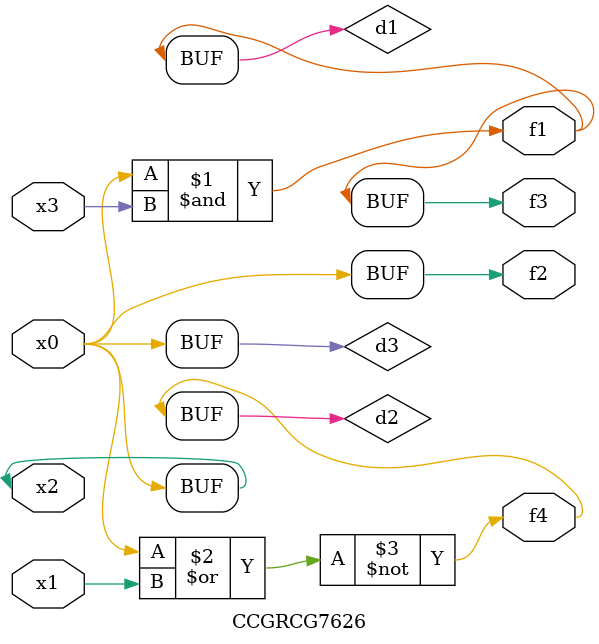
<source format=v>
module CCGRCG7626(
	input x0, x1, x2, x3,
	output f1, f2, f3, f4
);

	wire d1, d2, d3;

	and (d1, x2, x3);
	nor (d2, x0, x1);
	buf (d3, x0, x2);
	assign f1 = d1;
	assign f2 = d3;
	assign f3 = d1;
	assign f4 = d2;
endmodule

</source>
